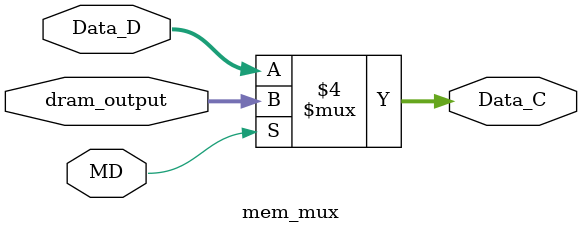
<source format=v>
`ifndef _MEM_MUX_V_
`define _MEM_MUX_V_

module mem_mux (
	input [7:0] dram_output,
	input [7:0] Data_D,
	input MD,
	output reg [7:0] Data_C
);

always @ (*) begin
	if (~MD) Data_C = Data_D;
	else Data_C = dram_output;
end

endmodule
`endif /* _MEM_MUX_V_ */
</source>
